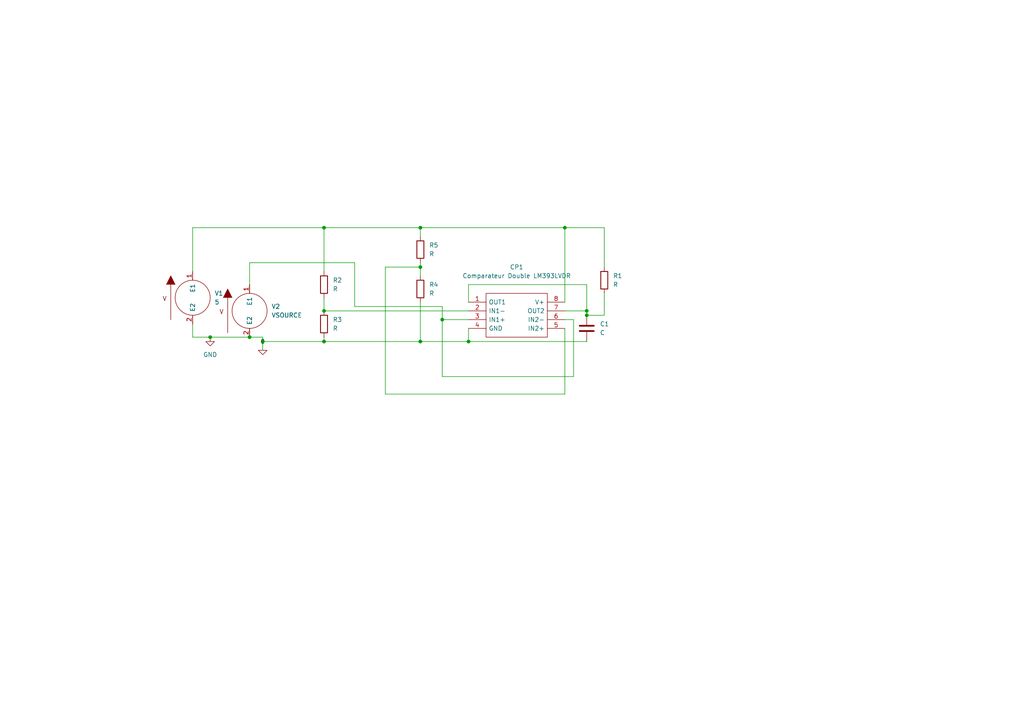
<source format=kicad_sch>
(kicad_sch (version 20211123) (generator eeschema)
  (paper "A4")
  (lib_symbols
    (symbol "Device:C" (pin_numbers hide) (pin_names (offset 0.254))
      (property "Reference" "C" (at 0.635 2.54 0))
      (property "Value" "C" (at 0.635 -2.54 0))
      (symbol "C_0_1"
        (polyline (pts (xy -2.032 -0.762) (xy 2.032 -0.762)) (stroke (width 0.508)))
        (polyline (pts (xy -2.032 0.762) (xy 2.032 0.762)) (stroke (width 0.508)))
      )
      (symbol "C_1_1"
        (pin passive line (at 0 3.81 270) (length 2.794) (name "~") (number "1"))
        (pin passive line (at 0 -3.81 90) (length 2.794) (name "~") (number "2"))
      )
    )
    (symbol "Device:R" (pin_numbers hide) (pin_names (offset 0))
      (property "Reference" "R" (at 2.032 0 90))
      (property "Value" "R" (at 0 0 90))
      (symbol "R_0_1"
        (rectangle (start -1.016 -2.54) (end 1.016 2.54) (stroke (width 0.254)))
      )
      (symbol "R_1_1"
        (pin passive line (at 0 3.81 270) (length 1.27) (name "~") (number "1"))
        (pin passive line (at 0 -3.81 90) (length 1.27) (name "~") (number "2"))
      )
    )
    (symbol "EPSA_lib:Comparateur Double LM393LVDR" (pin_names (offset 0.762))
      (property "Reference" "CP" (at 35.56 7.62 0))
      (property "Value" "Comparateur Double LM393LVDR" (at 35.56 5.08 0))
      (property "Spice_Lib_File" "${EPSA}\\SpiceModel\\CD_lm393.lib" (at 35.56 12.7 0))
      (symbol "Comparateur Double LM393LVDR_0_0"
        (pin passive line (at 0 0 0) (length 5.08) (name "OUT1") (number "1"))
        (pin passive line (at 0 -2.54 0) (length 5.08) (name "IN1-") (number "2"))
        (pin passive line (at 0 -5.08 0) (length 5.08) (name "IN1+") (number "3"))
        (pin passive line (at 0 -7.62 0) (length 5.08) (name "GND") (number "4"))
        (pin passive line (at 27.94 -7.62 180) (length 5.08) (name "IN2+") (number "5"))
        (pin passive line (at 27.94 -5.08 180) (length 5.08) (name "IN2-") (number "6"))
        (pin passive line (at 27.94 -2.54 180) (length 5.08) (name "OUT2") (number "7"))
        (pin passive line (at 27.94 0 180) (length 5.08) (name "V+") (number "8"))
      )
      (symbol "Comparateur Double LM393LVDR_0_1"
        (polyline (pts (xy 5.08 2.54) (xy 22.86 2.54) (xy 22.86 -10.16) (xy 5.08 -10.16) (xy 5.08 2.54)) (stroke (width 0.1524)))
      )
    )
    (symbol "power:GND" (power) (pin_names (offset 0))
      (property "Value" "GND" (at 0 -3.81 0))
      (symbol "GND_0_1"
        (polyline (pts (xy 0 0) (xy 0 -1.27) (xy 1.27 -1.27) (xy 0 -2.54) (xy -1.27 -1.27) (xy 0 -1.27)))
      )
      (symbol "GND_1_1"
        (pin power_in line (at 0 0 270) (length 0) hide (name "GND") (number "1"))
      )
    )
    (symbol "pspice:0" (power) (pin_names (offset 0))
      (property "Value" "0" (at 0 -1.778 0))
      (symbol "0_0_1"
        (polyline (pts (xy -1.27 0) (xy 0 -1.27) (xy 1.27 0) (xy -1.27 0)))
      )
      (symbol "0_1_1"
        (pin power_in line (at 0 0 0) (length 0) hide (name "0") (number "1"))
      )
    )
    (symbol "pspice:VSOURCE" (pin_names (offset 1.016))
      (property "Reference" "V" (at -6.35 7.62 0))
      (property "Value" "VSOURCE" (at 0 0 0))
      (symbol "VSOURCE_0_1"
        (polyline (pts (xy -6.35 -6.35) (xy -6.35 3.81)) (fill (type outline)))
        (polyline (pts (xy -7.62 3.81) (xy -6.35 6.35) (xy -5.08 3.81)) (fill (type outline)))
        (circle (center 0 0) (radius 5.08))
        (text "V" (at -8.128 -0.254 0) (effects (font (size 1.27 1.27))))
      )
      (symbol "VSOURCE_1_1"
        (pin input line (at 0 7.62 270) (length 2.54) (name "E1") (number "1"))
        (pin input line (at 0 -7.62 90) (length 2.54) (name "E2") (number "2"))
      )
    )
  )
  (junction (at 121.92 99.06))
  (junction (at 72.39 97.79))
  (junction (at 76.2 99.06))
  (junction (at 163.83 66.04))
  (junction (at 93.98 90.17))
  (junction (at 121.92 66.04))
  (junction (at 170.18 91.44))
  (junction (at 121.92 77.47))
  (junction (at 128.27 92.71))
  (junction (at 93.98 99.06))
  (junction (at 93.98 66.04))
  (junction (at 60.96 97.79))
  (junction (at 135.89 99.06))
  (junction (at 170.18 90.17))
  (wire (pts (xy 55.88 93.98) (xy 55.88 97.79)))
  (wire (pts (xy 128.27 109.22) (xy 128.27 92.71)))
  (wire (pts (xy 76.2 97.79) (xy 76.2 99.06)))
  (wire (pts (xy 135.89 99.06) (xy 170.18 99.06)))
  (wire (pts (xy 60.96 97.79) (xy 72.39 97.79)))
  (wire (pts (xy 102.87 88.9) (xy 128.27 88.9)))
  (wire (pts (xy 55.88 97.79) (xy 60.96 97.79)))
  (wire (pts (xy 121.92 87.63) (xy 121.92 99.06)))
  (wire (pts (xy 163.83 66.04) (xy 175.26 66.04)))
  (wire (pts (xy 72.39 76.2) (xy 72.39 82.55)))
  (wire (pts (xy 55.88 78.74) (xy 55.88 66.04)))
  (wire (pts (xy 170.18 82.55) (xy 170.18 90.17)))
  (wire (pts (xy 93.98 97.79) (xy 93.98 99.06)))
  (wire (pts (xy 128.27 92.71) (xy 128.27 88.9)))
  (wire (pts (xy 166.37 92.71) (xy 166.37 109.22)))
  (wire (pts (xy 128.27 109.22) (xy 166.37 109.22)))
  (wire (pts (xy 76.2 99.06) (xy 76.2 101.6)))
  (wire (pts (xy 72.39 76.2) (xy 102.87 76.2)))
  (wire (pts (xy 93.98 66.04) (xy 121.92 66.04)))
  (wire (pts (xy 163.83 92.71) (xy 166.37 92.71)))
  (wire (pts (xy 135.89 87.63) (xy 135.89 82.55)))
  (wire (pts (xy 121.92 66.04) (xy 121.92 68.58)))
  (wire (pts (xy 121.92 77.47) (xy 121.92 80.01)))
  (wire (pts (xy 93.98 99.06) (xy 76.2 99.06)))
  (wire (pts (xy 163.83 66.04) (xy 163.83 87.63)))
  (wire (pts (xy 121.92 99.06) (xy 135.89 99.06)))
  (wire (pts (xy 72.39 97.79) (xy 76.2 97.79)))
  (wire (pts (xy 93.98 90.17) (xy 135.89 90.17)))
  (wire (pts (xy 121.92 66.04) (xy 163.83 66.04)))
  (wire (pts (xy 135.89 95.25) (xy 135.89 99.06)))
  (wire (pts (xy 128.27 92.71) (xy 135.89 92.71)))
  (wire (pts (xy 93.98 86.36) (xy 93.98 90.17)))
  (wire (pts (xy 163.83 90.17) (xy 170.18 90.17)))
  (wire (pts (xy 55.88 66.04) (xy 93.98 66.04)))
  (wire (pts (xy 121.92 76.2) (xy 121.92 77.47)))
  (wire (pts (xy 111.76 77.47) (xy 121.92 77.47)))
  (wire (pts (xy 111.76 114.3) (xy 111.76 77.47)))
  (wire (pts (xy 175.26 85.09) (xy 175.26 91.44)))
  (wire (pts (xy 135.89 82.55) (xy 170.18 82.55)))
  (wire (pts (xy 93.98 66.04) (xy 93.98 78.74)))
  (wire (pts (xy 163.83 95.25) (xy 163.83 114.3)))
  (wire (pts (xy 102.87 76.2) (xy 102.87 88.9)))
  (wire (pts (xy 111.76 114.3) (xy 163.83 114.3)))
  (wire (pts (xy 170.18 91.44) (xy 175.26 91.44)))
  (wire (pts (xy 170.18 90.17) (xy 170.18 91.44)))
  (wire (pts (xy 175.26 66.04) (xy 175.26 77.47)))
  (wire (pts (xy 93.98 99.06) (xy 121.92 99.06)))
  (symbol (lib_id "Device:R") (at 121.92 83.82 0) (unit 1)
    (property "Reference" "R4" (at 124.46 82.5499 0) (effects (justify left)))
    (property "Value" "R" (at 124.46 85.0899 0) (effects (justify left)))
    (property "Spice_Primitive" "R" (effects hide))
    (property "Spice_Model" "10k" (effects hide))
    (property "Spice_Netlist_Enabled" "Y" (effects hide))
  )
  (symbol (lib_id "EPSA_lib:Comparateur Double LM393LVDR") (at 135.89 87.63 0) (unit 1)
    (property "Reference" "CP1" (at 149.86 77.47 0))
    (property "Value" "Comparateur Double LM393LVDR" (at 149.86 80.01 0))
    (property "Footprint" "SOIC127P600X175-8N" (effects hide))
    (property "Datasheet" "https://www.ti.com/lit/ds/symlink/lm393lv.pdf?ts=1609509320428&ref_url=https%253A%252F%252Feu.mouser.com%252F" (effects hide))
    (property "Description" "Analog Comparators 1.65-V to 5.5-V, low voltage dual commodity comparator" (effects hide))
    (property "Height" "1.75" (effects hide))
    (property "Manufacturer_Name" "Texas Instruments" (effects hide))
    (property "Manufacturer_Part_Number" "LM393LVDR" (effects hide))
    (property "Mouser Part Number" "595-LM393LVDR" (effects hide))
    (property "Mouser Price/Stock" "https://www.mouser.co.uk/ProductDetail/Texas-Instruments/LM393LVDR?qs=zW32dvEIR3vk5%2FzEI25KTQ%3D%3D" (effects hide))
    (property "Arrow Part Number" "LM393LVDR" (effects hide))
    (property "Arrow Price/Stock" "https://www.arrow.com/en/products/lm393lvdr/texas-instruments" (effects hide))
    (property "Spice_Primitive" "X" (effects hide))
    (property "Spice_Model" "LM2903B_Dual" (effects hide))
    (property "Spice_Netlist_Enabled" "Y" (effects hide))
    (property "Spice_Lib_File" "${EPSA}\\SpiceModel\\CD_lm393.lib" (at 149.86 82.55 0))
  )
  (symbol (lib_id "Device:R") (at 175.26 81.28 0) (unit 1)
    (property "Reference" "R1" (at 177.8 80.0099 0) (effects (justify left)))
    (property "Value" "R" (at 177.8 82.5499 0) (effects (justify left)))
    (property "Spice_Primitive" "R" (effects hide))
    (property "Spice_Model" "5k" (effects hide))
    (property "Spice_Netlist_Enabled" "Y" (effects hide))
  )
  (symbol (lib_id "Device:R") (at 121.92 72.39 0) (unit 1)
    (property "Reference" "R5" (at 124.46 71.1199 0) (effects (justify left)))
    (property "Value" "R" (at 124.46 73.6599 0) (effects (justify left)))
    (property "Spice_Primitive" "R" (effects hide))
    (property "Spice_Model" "13k" (effects hide))
    (property "Spice_Netlist_Enabled" "Y" (effects hide))
  )
  (symbol (lib_id "pspice:0") (at 76.2 101.6 0) (unit 1)
    (property "Reference" "#GND01" (effects hide))
    (property "Value" "0" (at 76.2 99.06 0))
  )
  (symbol (lib_id "pspice:VSOURCE") (at 55.88 86.36 0) (unit 1)
    (property "Reference" "V1" (at 62.23 85.0899 0) (effects (justify left)))
    (property "Value" "VSOURCE" (at 62.23 87.6299 0) (effects (justify left)))
    (property "Spice_Primitive" "V" (effects hide))
    (property "Spice_Model" "dc 5" (effects hide))
    (property "Spice_Netlist_Enabled" "Y" (effects hide))
  )
  (symbol (lib_id "pspice:VSOURCE") (at 72.39 90.17 0) (unit 1)
    (property "Reference" "V2" (at 78.74 88.8999 0) (effects (justify left)))
    (property "Value" "VSOURCE" (at 78.74 91.4399 0) (effects (justify left)))
    (property "Spice_Primitive" "V" (effects hide))
    (property "Spice_Model" "pulse(0 3 1 500m 500m 1 3)" (effects hide))
    (property "Spice_Netlist_Enabled" "Y" (effects hide))
  )
  (symbol (lib_id "Device:C") (at 170.18 95.25 0) (unit 1)
    (property "Reference" "C1" (at 173.99 93.9799 0) (effects (justify left)))
    (property "Value" "C" (at 173.99 96.5199 0) (effects (justify left)))
    (property "Spice_Primitive" "C" (effects hide))
    (property "Spice_Model" "15p" (effects hide))
    (property "Spice_Netlist_Enabled" "Y" (effects hide))
  )
  (symbol (lib_id "Device:R") (at 93.98 93.98 0) (unit 1)
    (property "Reference" "R3" (at 96.52 92.7099 0) (effects (justify left)))
    (property "Value" "R" (at 96.52 95.2499 0) (effects (justify left)))
    (property "Spice_Primitive" "R" (effects hide))
    (property "Spice_Model" "2k" (effects hide))
    (property "Spice_Netlist_Enabled" "Y" (effects hide))
  )
  (symbol (lib_id "Device:R") (at 93.98 82.55 0) (unit 1)
    (property "Reference" "R2" (at 96.52 81.2799 0) (effects (justify left)))
    (property "Value" "R" (at 96.52 83.8199 0) (effects (justify left)))
    (property "Spice_Primitive" "R" (effects hide))
    (property "Spice_Model" "10k" (effects hide))
    (property "Spice_Netlist_Enabled" "Y" (effects hide))
  )
  (symbol (lib_id "power:GND") (at 60.96 97.79 0) (unit 1)
    (property "Reference" "#PWR01" (effects hide))
    (property "Value" "GND" (at 60.96 102.87 0))
  )
)
</source>
